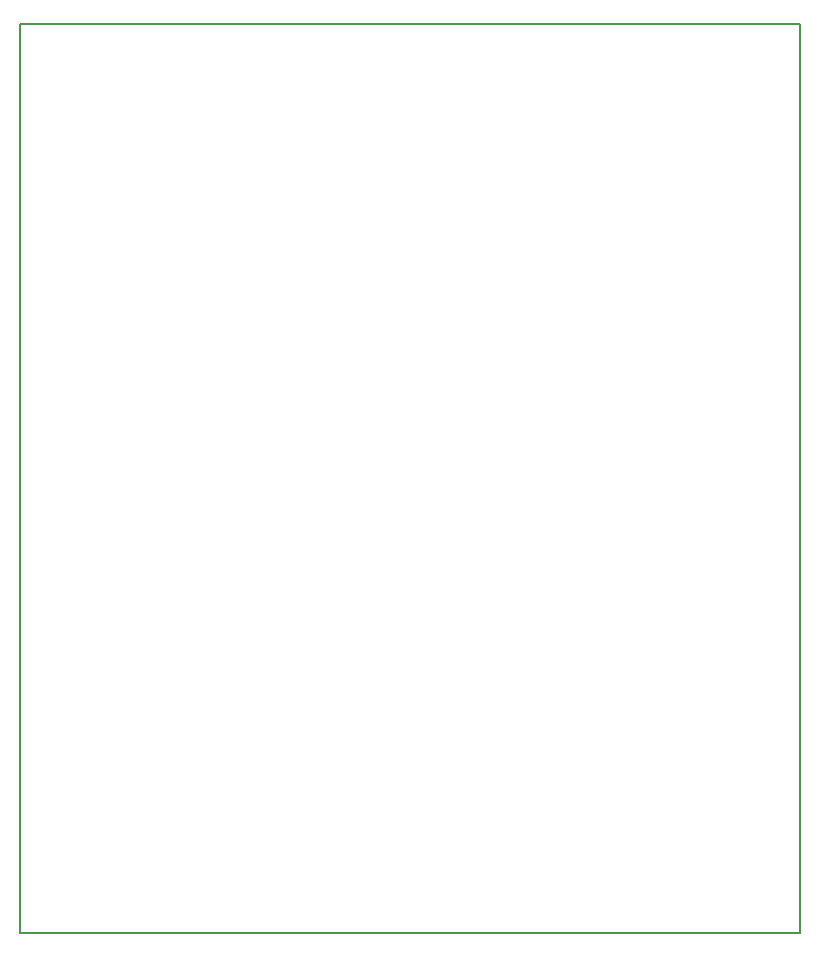
<source format=gm1>
G04 #@! TF.FileFunction,Profile,NP*
%FSLAX46Y46*%
G04 Gerber Fmt 4.6, Leading zero omitted, Abs format (unit mm)*
G04 Created by KiCad (PCBNEW 4.0.7) date 03/02/18 13:50:20*
%MOMM*%
%LPD*%
G01*
G04 APERTURE LIST*
%ADD10C,0.100000*%
%ADD11C,0.150000*%
G04 APERTURE END LIST*
D10*
D11*
X86000000Y-15000000D02*
X86000000Y-92000000D01*
X20000000Y-92000000D02*
X86000000Y-92000000D01*
X20000000Y-15000000D02*
X20000000Y-92000000D01*
X20000000Y-15000000D02*
X86000000Y-15000000D01*
M02*

</source>
